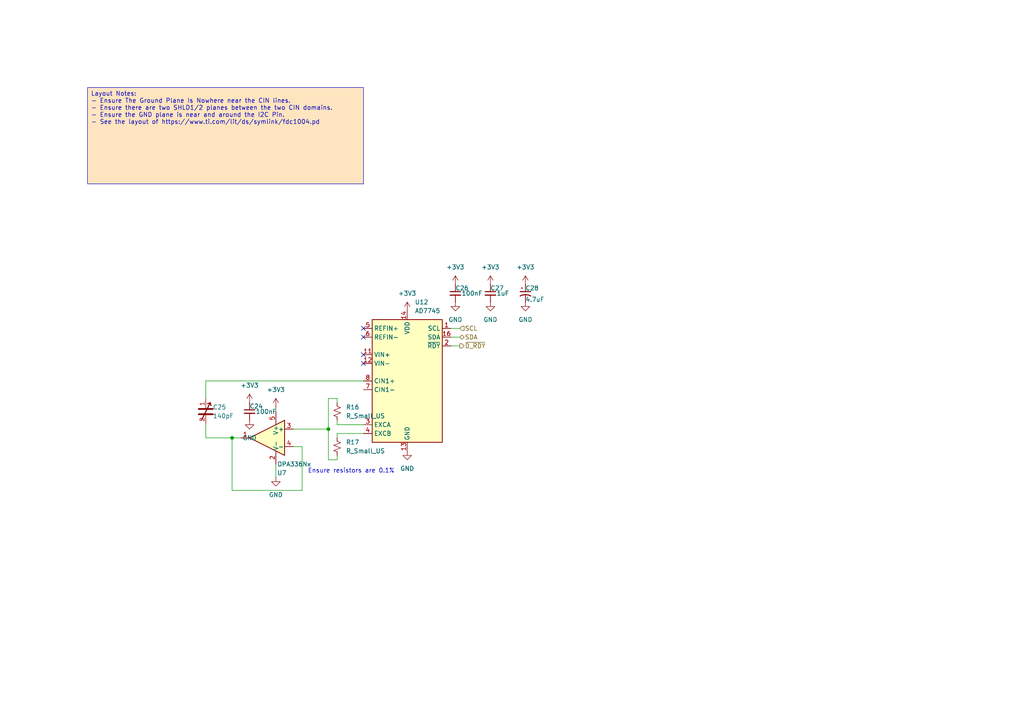
<source format=kicad_sch>
(kicad_sch (version 20231120) (generator "eeschema") (generator_version "8.0")
  (paper "A4")
  (title_block (title "FruityLogger") (date "2024-03-11") (rev "A") (company "FruityJungle Co.") (comment 1 "Designed by Marko Vejnovic"))
  (lib_symbols
    (symbol "Amplifier_Operational:OPA336Nx" (pin_names (offset 0.127))
      (property "Reference" "U" (at -1.27 6.35 0))
      (property "Value" "OPA336Nx" (at -1.27 3.81 0))
      (symbol "OPA336Nx_0_1"
        (polyline (pts (xy -5.08 5.08) (xy 5.08 0) (xy -5.08 -5.08) (xy -5.08 5.08)) (stroke (width 0.254)) (fill (type background)))
        (pin power_in line (at -2.54 -7.62 90) (length 3.81) (name "V-") (number "2"))
        (pin power_in line (at -2.54 7.62 270) (length 3.81) (name "V+") (number "5"))
      )
      (symbol "OPA336Nx_1_1"
        (pin output line (at 7.62 0 180) (length 2.54) (name "~") (number "1"))
        (pin input line (at -7.62 2.54 0) (length 2.54) (name "+") (number "3"))
        (pin input line (at -7.62 -2.54 0) (length 2.54) (name "-") (number "4"))
      )
    )
    (symbol "Analog_ADC:AD7745"
      (property "Reference" "U" (at -10.16 18.415 0))
      (property "Value" "AD7745" (at 10.16 18.415 0))
      (symbol "AD7745_0_1"
        (rectangle (start -10.16 17.78) (end 10.16 -17.78) (stroke (width 0.254)) (fill (type background)))
      )
      (symbol "AD7745_1_1"
        (pin input line (at 12.7 15.24 180) (length 2.54) (name "SCL") (number "1"))
        (pin no_connect line (at -10.16 -7.62 0) (length 2.54) hide (name "NC") (number "10"))
        (pin input line (at -12.7 7.62 0) (length 2.54) (name "VIN+") (number "11"))
        (pin input line (at -12.7 5.08 0) (length 2.54) (name "VIN-") (number "12"))
        (pin power_in line (at 0 -20.32 90) (length 2.54) (name "GND") (number "13"))
        (pin power_in line (at 0 20.32 270) (length 2.54) (name "VDD") (number "14"))
        (pin no_connect line (at 10.16 -15.24 180) (length 2.54) hide (name "NC") (number "15"))
        (pin bidirectional line (at 12.7 12.7 180) (length 2.54) (name "SDA") (number "16"))
        (pin output line (at 12.7 10.16 180) (length 2.54) (name "~{RDY}") (number "2"))
        (pin output line (at -12.7 -12.7 0) (length 2.54) (name "EXCA") (number "3"))
        (pin output line (at -12.7 -15.24 0) (length 2.54) (name "EXCB") (number "4"))
        (pin input line (at -12.7 15.24 0) (length 2.54) (name "REFIN+") (number "5"))
        (pin input line (at -12.7 12.7 0) (length 2.54) (name "REFIN-") (number "6"))
        (pin passive line (at -12.7 -2.54 0) (length 2.54) (name "CIN1-") (number "7"))
        (pin passive line (at -12.7 0 0) (length 2.54) (name "CIN1+") (number "8"))
        (pin no_connect line (at -10.16 -5.08 0) (length 2.54) hide (name "NC") (number "9"))
      )
    )
    (symbol "Device:C_Polarized_Small_US" (pin_numbers hide) (pin_names (offset 0.254) hide)
      (property "Reference" "C" (at 0.254 1.778 0))
      (property "Value" "C_Polarized_Small_US" (at 0.254 -2.032 0))
      (symbol "C_Polarized_Small_US_0_1"
        (polyline (pts (xy -1.524 0.508) (xy 1.524 0.508)) (stroke (width 0.3048)))
        (polyline (pts (xy -1.27 1.524) (xy -0.762 1.524)))
        (polyline (pts (xy -1.016 1.27) (xy -1.016 1.778)))
        (arc (start 1.524 -0.762) (mid 0 -0.3734) (end -1.524 -0.762) (stroke (width 0.3048)))
      )
      (symbol "C_Polarized_Small_US_1_1"
        (pin passive line (at 0 2.54 270) (length 2.032) (name "~") (number "1"))
        (pin passive line (at 0 -2.54 90) (length 2.032) (name "~") (number "2"))
      )
    )
    (symbol "Device:C_Small" (pin_numbers hide) (pin_names (offset 0.254) hide)
      (property "Reference" "C" (at 0.254 1.778 0))
      (property "Value" "C_Small" (at 0.254 -2.032 0))
      (symbol "C_Small_0_1"
        (polyline (pts (xy -1.524 -0.508) (xy 1.524 -0.508)) (stroke (width 0.3302)))
        (polyline (pts (xy -1.524 0.508) (xy 1.524 0.508)) (stroke (width 0.3048)))
      )
      (symbol "C_Small_1_1"
        (pin passive line (at 0 2.54 270) (length 2.032) (name "~") (number "1"))
        (pin passive line (at 0 -2.54 90) (length 2.032) (name "~") (number "2"))
      )
    )
    (symbol "Device:R_Small_US" (pin_numbers hide) (pin_names (offset 0.254) hide)
      (property "Reference" "R" (at 0.762 0.508 0))
      (property "Value" "R_Small_US" (at 0.762 -1.016 0))
      (symbol "R_Small_US_1_1"
        (polyline (pts (xy 0 0) (xy 1.016 -0.381) (xy 0 -0.762) (xy -1.016 -1.143) (xy 0 -1.524)))
        (polyline (pts (xy 0 1.524) (xy 1.016 1.143) (xy 0 0.762) (xy -1.016 0.381) (xy 0 0)))
        (pin passive line (at 0 2.54 270) (length 1.016) (name "~") (number "1"))
        (pin passive line (at 0 -2.54 90) (length 1.016) (name "~") (number "2"))
      )
    )
    (symbol "ProjectLib:P14_Rapid-W"
      (property "Reference" "C" (at 1.016 -2.032 0))
      (property "Value" "140pF" (at 3.302 0 90))
      (symbol "P14_Rapid-W_0_1"
        (polyline (pts (xy -2.032 -0.762) (xy 2.032 -0.762)) (stroke (width 0.508)))
        (polyline (pts (xy -2.032 0.762) (xy 2.032 0.762)) (stroke (width 0.508)))
        (polyline (pts (xy 1.27 2.54) (xy -1.27 -2.54)) (stroke (width 0.3048)))
        (polyline (pts (xy 1.27 2.54) (xy 0.508 2.286)) (stroke (width 0.3048)))
        (polyline (pts (xy 1.27 2.54) (xy 1.524 1.778)) (stroke (width 0.3048)))
      )
      (symbol "P14_Rapid-W_1_1"
        (pin passive line (at 0 3.81 270) (length 3.048) (name "~") (number "1"))
        (pin passive line (at 0 -3.81 90) (length 3.048) (name "~") (number "2"))
      )
    )
    (symbol "power:+3V3" (power) (pin_numbers hide) (pin_names (offset 0) hide)
      (property "Value" "+3V3" (at 0 3.556 0))
      (symbol "+3V3_0_1"
        (polyline (pts (xy -0.762 1.27) (xy 0 2.54)))
        (polyline (pts (xy 0 0) (xy 0 2.54)))
        (polyline (pts (xy 0 2.54) (xy 0.762 1.27)))
      )
      (symbol "+3V3_1_1"
        (pin power_in line (at 0 0 90) (length 0) (name "~") (number "1"))
      )
    )
    (symbol "power:GND" (power) (pin_numbers hide) (pin_names (offset 0) hide)
      (property "Value" "GND" (at 0 -3.81 0))
      (symbol "GND_0_1"
        (polyline (pts (xy 0 0) (xy 0 -1.27) (xy 1.27 -1.27) (xy 0 -2.54) (xy -1.27 -1.27) (xy 0 -1.27)))
      )
      (symbol "GND_1_1"
        (pin power_in line (at 0 0 270) (length 0) (name "~") (number "1"))
      )
    )
  )
  (junction (at 95.25 124.46))
  (junction (at 67.31 127))
  (no_connect (at 105.41 105.41))
  (no_connect (at 105.41 95.25))
  (no_connect (at 105.41 102.87))
  (no_connect (at 105.41 97.79))
  (wire (pts (xy 59.69 110.49) (xy 59.69 115.57)))
  (wire (pts (xy 97.79 115.57) (xy 97.79 116.84)))
  (wire (pts (xy 59.69 123.19) (xy 59.69 127)))
  (wire (pts (xy 80.01 118.11) (xy 80.01 119.38)))
  (wire (pts (xy 130.81 97.79) (xy 133.35 97.79)))
  (wire (pts (xy 87.63 129.54) (xy 87.63 142.24)))
  (wire (pts (xy 85.09 129.54) (xy 87.63 129.54)))
  (wire (pts (xy 130.81 100.33) (xy 133.35 100.33)))
  (wire (pts (xy 97.79 125.73) (xy 97.79 127)))
  (wire (pts (xy 97.79 132.08) (xy 97.79 133.35)))
  (wire (pts (xy 67.31 142.24) (xy 67.31 127)))
  (wire (pts (xy 97.79 123.19) (xy 97.79 121.92)))
  (wire (pts (xy 80.01 134.62) (xy 80.01 138.43)))
  (wire (pts (xy 67.31 127) (xy 69.85 127)))
  (wire (pts (xy 97.79 123.19) (xy 105.41 123.19)))
  (wire (pts (xy 130.81 95.25) (xy 133.35 95.25)))
  (wire (pts (xy 95.25 115.57) (xy 97.79 115.57)))
  (wire (pts (xy 85.09 124.46) (xy 95.25 124.46)))
  (wire (pts (xy 59.69 110.49) (xy 105.41 110.49)))
  (wire (pts (xy 95.25 124.46) (xy 95.25 115.57)))
  (wire (pts (xy 87.63 142.24) (xy 67.31 142.24)))
  (wire (pts (xy 105.41 125.73) (xy 97.79 125.73)))
  (wire (pts (xy 95.25 133.35) (xy 95.25 124.46)))
  (wire (pts (xy 97.79 133.35) (xy 95.25 133.35)))
  (wire (pts (xy 59.69 127) (xy 67.31 127)))
  (text_box "Layout Notes:\n- Ensure The Ground Plane Is Nowhere near the CIN lines.\n- Ensure there are two SHLD1/2 planes between the two CIN domains.\n- Ensure the GND plane is near and around the I2C Pin.\n- See the layout of https://www.ti.com/lit/ds/symlink/fdc1004.pd" (at 25.4 25.4 0) (size 80.01 27.94) (fill (type color) (color 255 229 191 1)) (effects (font (size 1.27 1.27)) (justify left top)))
  (text "Ensure resistors are 0.1%" (at 101.854 136.652 0) (effects (font (size 1.27 1.27))))
  (hierarchical_label "SDA" (shape bidirectional) (at 133.35 97.79 0))
  (hierarchical_label "SCL" (shape input) (at 133.35 95.25 0))
  (hierarchical_label "~{D_RDY}" (shape output) (at 133.35 100.33 0))
  (symbol (lib_id "power:GND") (at 132.08 87.63 0) (unit 1)
    (property "Reference" "#PWR079" (effects (hide yes)))
    (property "Value" "GND" (at 132.08 92.71 0))
    (property "Description" "Power symbol creates a global label with name \"GND\" , ground" (effects (hide yes)))
  )
  (symbol (lib_id "ProjectLib:P14_Rapid-W") (at 59.69 119.38 0) (unit 1)
    (property "Reference" "C25" (at 61.722 118.11 0) (effects (justify left)))
    (property "Value" "140pF" (at 61.722 120.65 0) (effects (justify left)))
  )
  (symbol (lib_id "Device:C_Small") (at 142.24 85.09 0) (unit 1)
    (property "Reference" "C27" (at 142.24 83.566 0) (effects (justify left)))
    (property "Value" "1uF" (at 144.018 85.09 0) (effects (justify left)))
    (property "Footprint" "Capacitor_SMD:C_0805_2012Metric" (effects (hide yes)))
    (property "Description" "Unpolarized capacitor, small symbol" (effects (hide yes)))
    (property "Cost" "$0.009" (effects (hide yes)))
    (property "JLCPCB" "https://jlcpcb.com/partdetail/29074-CL21B105KBFNNNE/C28323" (effects (hide yes)))
  )
  (symbol (lib_id "Device:C_Small") (at 72.39 119.38 0) (unit 1)
    (property "Reference" "C24" (at 72.39 117.856 0) (effects (justify left)))
    (property "Value" "100nF" (at 74.168 119.38 0) (effects (justify left)))
    (property "Footprint" "Capacitor_SMD:C_0603_1608Metric" (effects (hide yes)))
    (property "Description" "Unpolarized capacitor, small symbol" (effects (hide yes)))
    (property "Cost" "0.0021" (effects (hide yes)))
    (property "JLCPCB" "https://jlcpcb.com/partdetail/Yageo-CC0603KRX7R9BB104/C14663" (effects (hide yes)))
  )
  (symbol (lib_id "Device:R_Small_US") (at 97.79 119.38 0) (unit 1)
    (property "Reference" "R16" (at 100.33 118.1099 0) (effects (justify left)))
    (property "Value" "R_Small_US" (at 100.33 120.6499 0) (effects (justify left)))
    (property "Description" "Resistor, small US symbol" (effects (hide yes)))
  )
  (symbol (lib_id "power:GND") (at 80.01 138.43 0) (unit 1)
    (property "Reference" "#PWR09" (effects (hide yes)))
    (property "Value" "GND" (at 80.01 143.51 0))
    (property "Description" "Power symbol creates a global label with name \"GND\" , ground" (effects (hide yes)))
  )
  (symbol (lib_id "Device:R_Small_US") (at 97.79 129.54 0) (unit 1)
    (property "Reference" "R17" (at 100.33 128.2699 0) (effects (justify left)))
    (property "Value" "R_Small_US" (at 100.33 130.8099 0) (effects (justify left)))
    (property "Description" "Resistor, small US symbol" (effects (hide yes)))
  )
  (symbol (lib_id "power:+3V3") (at 142.24 82.55 0) (unit 1)
    (property "Reference" "#PWR081" (effects (hide yes)))
    (property "Value" "+3V3" (at 142.24 77.47 0))
    (property "Description" "Power symbol creates a global label with name \"+3V3\"" (effects (hide yes)))
  )
  (symbol (lib_id "power:+3V3") (at 132.08 82.55 0) (unit 1)
    (property "Reference" "#PWR078" (effects (hide yes)))
    (property "Value" "+3V3" (at 132.08 77.47 0))
    (property "Description" "Power symbol creates a global label with name \"+3V3\"" (effects (hide yes)))
  )
  (symbol (lib_id "power:+3V3") (at 118.11 90.17 0) (unit 1)
    (property "Reference" "#PWR07" (effects (hide yes)))
    (property "Value" "+3V3" (at 118.11 85.09 0))
    (property "Description" "Power symbol creates a global label with name \"+3V3\"" (effects (hide yes)))
  )
  (symbol (lib_id "power:+3V3") (at 72.39 116.84 0) (unit 1)
    (property "Reference" "#PWR077" (effects (hide yes)))
    (property "Value" "+3V3" (at 72.39 111.76 0))
    (property "Description" "Power symbol creates a global label with name \"+3V3\"" (effects (hide yes)))
  )
  (symbol (lib_id "power:GND") (at 72.39 121.92 0) (unit 1)
    (property "Reference" "#PWR075" (effects (hide yes)))
    (property "Value" "GND" (at 72.39 127 0))
    (property "Description" "Power symbol creates a global label with name \"GND\" , ground" (effects (hide yes)))
  )
  (symbol (lib_id "power:+3V3") (at 152.4 82.55 0) (unit 1)
    (property "Reference" "#PWR083" (effects (hide yes)))
    (property "Value" "+3V3" (at 152.4 77.47 0))
    (property "Description" "Power symbol creates a global label with name \"+3V3\"" (effects (hide yes)))
  )
  (symbol (lib_id "power:GND") (at 152.4 87.63 0) (unit 1)
    (property "Reference" "#PWR082" (effects (hide yes)))
    (property "Value" "GND" (at 152.4 92.71 0))
    (property "Description" "Power symbol creates a global label with name \"GND\" , ground" (effects (hide yes)))
  )
  (symbol (lib_id "power:GND") (at 142.24 87.63 0) (unit 1)
    (property "Reference" "#PWR080" (effects (hide yes)))
    (property "Value" "GND" (at 142.24 92.71 0))
    (property "Description" "Power symbol creates a global label with name \"GND\" , ground" (effects (hide yes)))
  )
  (symbol (lib_id "Device:C_Small") (at 132.08 85.09 0) (unit 1)
    (property "Reference" "C26" (at 132.08 83.566 0) (effects (justify left)))
    (property "Value" "100nF" (at 133.858 85.09 0) (effects (justify left)))
    (property "Footprint" "Capacitor_SMD:C_0603_1608Metric" (effects (hide yes)))
    (property "Description" "Unpolarized capacitor, small symbol" (effects (hide yes)))
    (property "Cost" "0.0021" (effects (hide yes)))
    (property "JLCPCB" "https://jlcpcb.com/partdetail/Yageo-CC0603KRX7R9BB104/C14663" (effects (hide yes)))
  )
  (symbol (lib_id "power:+3V3") (at 80.01 118.11 0) (unit 1)
    (property "Reference" "#PWR076" (effects (hide yes)))
    (property "Value" "+3V3" (at 80.01 113.03 0))
    (property "Description" "Power symbol creates a global label with name \"+3V3\"" (effects (hide yes)))
  )
  (symbol (lib_id "power:GND") (at 118.11 130.81 0) (unit 1)
    (property "Reference" "#PWR074" (effects (hide yes)))
    (property "Value" "GND" (at 118.11 135.89 0))
    (property "Description" "Power symbol creates a global label with name \"GND\" , ground" (effects (hide yes)))
  )
  (symbol (lib_id "Device:C_Polarized_Small_US") (at 152.4 85.09 0) (unit 1)
    (property "Reference" "C28" (at 152.4 83.566 0) (effects (justify left)))
    (property "Value" "4.7uF" (at 152.4 86.868 0) (effects (justify left)))
    (property "Footprint" "Capacitor_SMD:C_0805_2012Metric" (effects (hide yes)))
    (property "Description" "Polarized capacitor, small US symbol" (effects (hide yes)))
    (property "Cost" "0.0146" (effects (hide yes)))
    (property "JLCPCB" "https://jlcpcb.com/partdetail/2131-CL21A475KAQNNNE/C1779" (effects (hide yes)))
  )
  (symbol (lib_id "Amplifier_Operational:OPA336Nx") (at 77.47 127 0) (mirror y) (unit 1)
    (property "Reference" "U7" (at 80.3559 137.16 0) (effects (justify right)))
    (property "Value" "OPA336Nx" (at 80.3559 134.62 0) (effects (justify right)))
    (property "Footprint" "Package_TO_SOT_SMD:SOT-23-5" (effects (hide yes)))
    (property "Datasheet" "https://www.ti.com/lit/ds/symlink/opa2336.pdf" (effects (hide yes)))
    (property "Description" "100 KHz, microPower CMOS, Op Amps, SOT-23-5" (effects (hide yes)))
    (property "Cost" "1.8555" (effects (hide yes)))
    (property "JLCPCB" "https://jlcpcb.com/partdetail/TexasInstruments-OPA336NA3K/C51037" (effects (hide yes)))
  )
  (symbol (lib_id "Analog_ADC:AD7745") (at 118.11 110.49 0) (unit 1)
    (property "Reference" "U12" (at 120.3041 87.63 0) (effects (justify left)))
    (property "Value" "AD7745" (at 120.3041 90.17 0) (effects (justify left)))
    (property "Footprint" "Package_SO:TSSOP-16_4.4x5mm_P0.65mm" (effects (hide yes)))
    (property "Datasheet" "https://www.analog.com/media/en/technical-documentation/data-sheets/AD7745_7746.pdf" (effects (hide yes)))
    (property "Description" "24-bit capacitance-to-digital converter with temperature sensor, TSSOP-16" (effects (hide yes)))
  )
)
</source>
